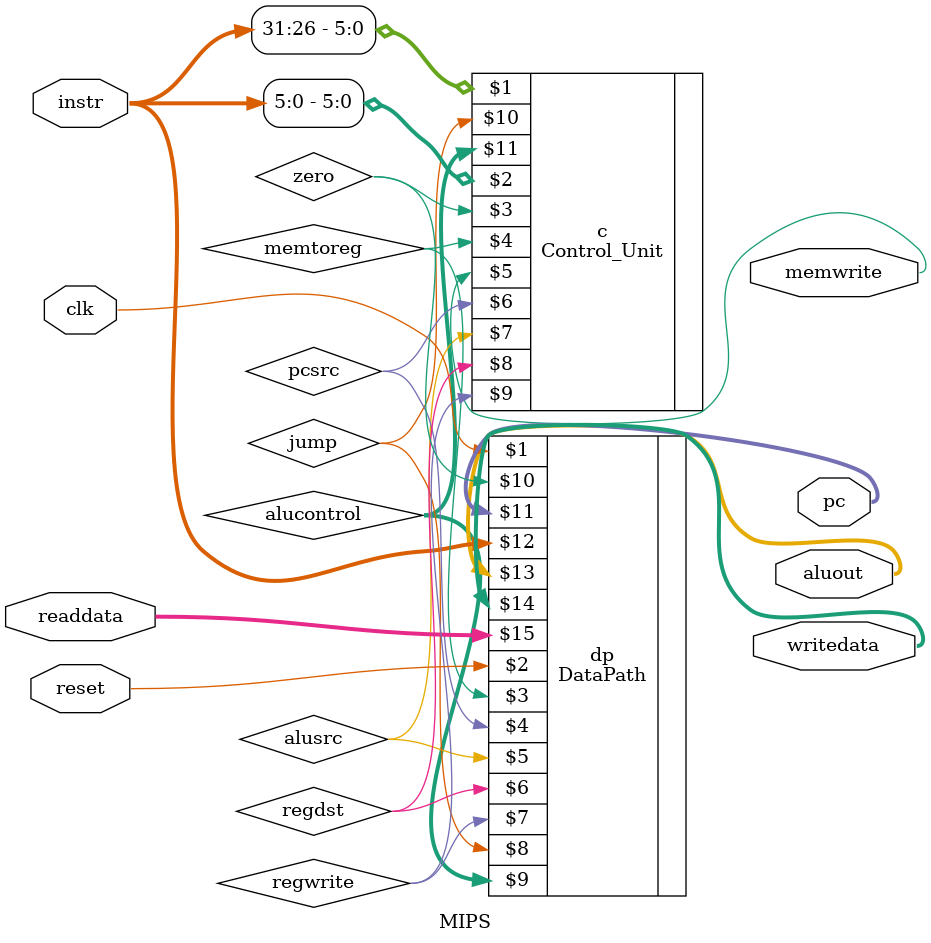
<source format=v>
module MIPS (
    input clk,
    reset,
    output [31:0] pc,
    input [31:0] instr,
    output memwrite,
    output [31:0] aluout,
    writedata,
    input [31:0] readdata
);
  wire memtoreg, branch, alusrc, regdst, regwrite, jump;
  wire [2:0] alucontrol;
  Control_Unit c (
      instr[31:26],
      instr[5:0],
      zero,
      memtoreg,
      memwrite,
      pcsrc,
      alusrc,
      regdst,
      regwrite,
      jump,
      alucontrol
  );
  DataPath dp (
      clk,
      reset,
      memtoreg,
      pcsrc,
      alusrc,
      regdst,
      regwrite,
      jump,
      alucontrol,
      zero,
      pc,
      instr,
      aluout,
      writedata,
      readdata
  );
endmodule





</source>
